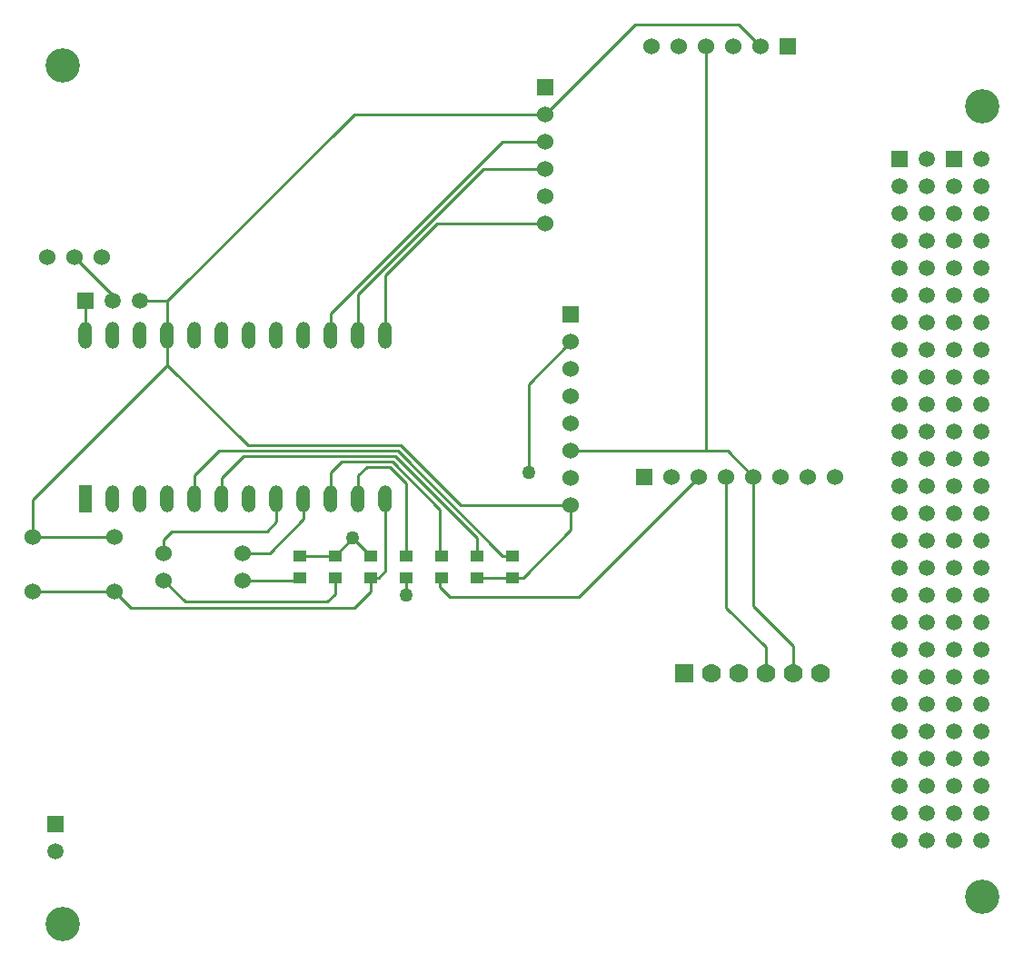
<source format=gtl>
%FSDAX24Y24*%
%MOIN*%
%SFA1B1*%

%IPPOS*%
%ADD10R,0.050000X0.040000*%
%ADD11C,0.010000*%
%ADD12R,0.059100X0.059100*%
%ADD13C,0.059100*%
%ADD14C,0.060000*%
%ADD15R,0.059100X0.059100*%
%ADD16R,0.060000X0.060000*%
%ADD17R,0.070000X0.070000*%
%ADD18C,0.070000*%
%ADD19R,0.060000X0.060000*%
%ADD20C,0.126000*%
%ADD21O,0.050000X0.100000*%
%ADD22R,0.050000X0.100000*%
%ADD23C,0.050000*%
%LNbluesatpc104template-1*%
%LPD*%
G54D10*
X025840Y025500D03*
Y024700D03*
X024540Y025500D03*
Y024700D03*
X028440Y025500D03*
Y024700D03*
X027140Y025500D03*
Y024700D03*
X023240Y025500D03*
Y024700D03*
X020640Y025500D03*
Y024700D03*
X021940Y025500D03*
Y024700D03*
G54D11*
X037740Y021200D02*
Y022150D01*
X036290Y023600D02*
X037740Y022150D01*
X036290Y023600D02*
Y028400D01*
X037290Y023650D02*
Y028400D01*
Y023650D02*
X038740Y022200D01*
X025790Y024350D02*
X026140Y024000D01*
X025790Y024350D02*
Y024700D01*
X026140Y024000D02*
X030890D01*
X035290Y028400*
X026940Y025500D02*
X027140Y025700D01*
X036740Y045000D02*
X037540Y044200D01*
X032940Y045000D02*
X036740D01*
X029640Y041700D02*
X032940Y045000D01*
X012390Y036450D02*
X013790Y035050D01*
Y034850D02*
Y035050D01*
X012790Y033600D02*
Y034850D01*
X023240Y024700D02*
X023540D01*
X038740Y021200D02*
Y022200D01*
X028090Y040700D02*
X029640D01*
X021790Y033600D02*
Y034400D01*
X015790Y032500D02*
Y033600D01*
X010840Y026200D02*
X013840D01*
X010840Y024200D02*
X013840D01*
X010840Y027550D02*
X015790Y032500D01*
X010840Y026200D02*
Y027550D01*
X021940Y024100D02*
Y024700D01*
X023240Y024200D02*
Y024700D01*
X018540Y024600D02*
X020540D01*
X020640Y024700*
X018540Y025600D02*
X019540D01*
X020790Y026850D02*
Y027600D01*
X015640Y025600D02*
Y026100D01*
X015940Y026400*
X019790Y026750D02*
Y027600D01*
X020640Y025500D02*
X021940D01*
X017790Y027600D02*
Y028350D01*
X027140Y024700D02*
X028440D01*
X016790Y027600D02*
Y028450D01*
X029040Y028550D02*
Y031800D01*
X030490Y033250*
X030590*
X021790Y027600D02*
Y028550D01*
X015640Y024600D02*
X016430Y023810D01*
X021650*
X021940Y024100*
X013840Y024200D02*
X014440Y023600D01*
X022640*
X023240Y024200*
X022790Y033600D02*
Y035100D01*
X027390Y039700D02*
X029640D01*
X021790Y034400D02*
X028090Y040700D01*
X022790Y035100D02*
X027390Y039700D01*
X023790Y033600D02*
Y035800D01*
X025690Y037700*
X029640*
X022790Y027600D02*
Y028440D01*
X028090Y025500D02*
X028240D01*
X015790Y032500D02*
X018740Y029550D01*
X016790Y028450D02*
X017690Y029350D01*
X026540Y027350D02*
X030490D01*
X027140Y025700D02*
Y026150D01*
X017790Y028350D02*
X018590Y029150D01*
X021790Y028550D02*
X022190Y028950D01*
X025790Y025500D02*
Y027200D01*
X022790Y028440D02*
X023100Y028750D01*
X018740Y029550D02*
X024340D01*
X017690Y029350D02*
X024240D01*
X018590Y029150D02*
X024140D01*
X022190Y028950D02*
X024040D01*
X024340Y029550D02*
X026540Y027350D01*
X024240Y029350D02*
X028090Y025500D01*
X024140Y029150D02*
X027140Y026150D01*
X024040Y028950D02*
X025790Y027200D01*
X023100Y028750D02*
X023940D01*
X024540Y028150*
Y025500D02*
Y028150D01*
X030590Y027250D02*
Y027350D01*
X030490D02*
X030590Y027250D01*
X028440Y024700D02*
X028840D01*
X030590Y026450*
Y027250*
X015940Y026400D02*
X019440D01*
X019790Y026750*
X019540Y025600D02*
X020790Y026850D01*
X021940Y025500D02*
X022590Y026150D01*
X023240Y025500*
X023540Y024700D02*
X023790Y024950D01*
Y027600*
X024540Y024050D02*
Y024700D01*
X030590Y029250D02*
X030690Y029350D01*
X035540*
Y044200*
Y029350D02*
X036340D01*
X037290Y028400*
X014790Y034850D02*
X015790D01*
Y033600D02*
Y034850D01*
X022640Y041700*
X029640*
G54D12*
X011690Y015650D03*
X042659Y040042D03*
X044658D03*
G54D13*
X011690Y014650D03*
X013790Y034850D03*
X014790D03*
X043658Y040042D03*
X042659Y039042D03*
X043658D03*
X042659Y038042D03*
X043658D03*
X042659Y037042D03*
X043658D03*
X042659Y036042D03*
X043658D03*
X042659Y035042D03*
X043658D03*
X042659Y034042D03*
X043658D03*
X042659Y033042D03*
X043658D03*
X042659Y032042D03*
X043658D03*
X042659Y031042D03*
X043658D03*
X042659Y030042D03*
X043658D03*
X042659Y029042D03*
X043658D03*
X042659Y028042D03*
X043658D03*
X042659Y027042D03*
X043658D03*
X042659Y026042D03*
X043658D03*
X042659Y025042D03*
X043658D03*
X042659Y024042D03*
X043658D03*
X042659Y023042D03*
X043658D03*
X042659Y022042D03*
X043658D03*
X042659Y021042D03*
X043658D03*
X042659Y020042D03*
X043658D03*
X042659Y019042D03*
X043658D03*
X042659Y018042D03*
X043658D03*
X042659Y017042D03*
X043658D03*
X042659Y016042D03*
X043658D03*
Y015042D03*
X042659D03*
X044658D03*
X045658D03*
Y016042D03*
X044658D03*
X045658Y017042D03*
X044658D03*
X045658Y018042D03*
X044658D03*
X045658Y019042D03*
X044658D03*
X045658Y020042D03*
X044658D03*
X045658Y021042D03*
X044658D03*
X045658Y022042D03*
X044658D03*
X045658Y023042D03*
X044658D03*
X045658Y024042D03*
X044658D03*
X045658Y025042D03*
X044658D03*
X045658Y026042D03*
X044658D03*
X045658Y027042D03*
X044658D03*
X045658Y028042D03*
X044658D03*
X045658Y029042D03*
X044658D03*
X045658Y030042D03*
X044658D03*
X045658Y031042D03*
X044658D03*
X045658Y032042D03*
X044658D03*
X045658Y033042D03*
X044658D03*
X045658Y034042D03*
X044658D03*
X045658Y035042D03*
X044658D03*
X045658Y036042D03*
X044658D03*
X045658Y037042D03*
X044658D03*
X045658Y038042D03*
X044658D03*
X045658Y039042D03*
X044658D03*
X045658Y040042D03*
G54D14*
X018540Y024600D03*
Y025600D03*
X015640Y024600D03*
Y025600D03*
X013840Y026200D03*
Y024200D03*
X010840Y026200D03*
Y024200D03*
X013390Y036450D03*
X011390D03*
X012390D03*
X029640Y041700D03*
Y040700D03*
Y039700D03*
Y038700D03*
Y037700D03*
X033540Y044200D03*
X034540D03*
X035540D03*
X036540D03*
X037540D03*
X034290Y028400D03*
X035290D03*
X036290D03*
X037290D03*
X038290D03*
X039290D03*
X040290D03*
X030590Y033350D03*
Y032350D03*
Y031350D03*
Y030350D03*
Y029350D03*
Y028350D03*
Y027350D03*
G54D15*
X012790Y034850D03*
G54D16*
X029640Y042700D03*
X030590Y034350D03*
G54D17*
X034740Y021200D03*
G54D18*
X035740Y021200D03*
X036740D03*
X037740D03*
X038740D03*
X039740D03*
G54D19*
X038540Y044200D03*
X033290Y028400D03*
G54D20*
X045690Y013000D03*
Y042000D03*
X011940Y043500D03*
Y011990D03*
G54D21*
X023790Y033600D03*
X022790D03*
X021790D03*
X020790D03*
X019790D03*
X018790D03*
X017790D03*
X016790D03*
X015790D03*
X014790D03*
X013790D03*
X012790D03*
X023790Y027600D03*
X022790D03*
X021790D03*
X020790D03*
X019790D03*
X018790D03*
X017790D03*
X016790D03*
X015790D03*
X014790D03*
X013790D03*
G54D22*
X012790Y027600D03*
G54D23*
X029040Y028550D03*
X022590Y026150D03*
X024540Y024050D03*
M02*
</source>
